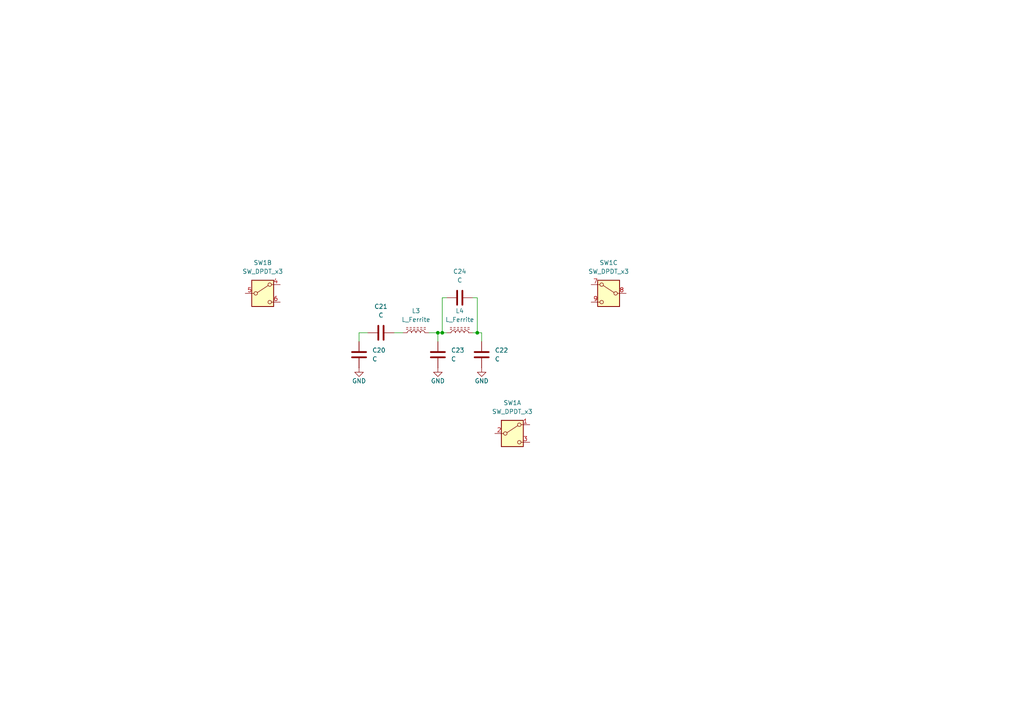
<source format=kicad_sch>
(kicad_sch
	(version 20231120)
	(generator "eeschema")
	(generator_version "8.0")
	(uuid "55cf15d3-4c48-4d0b-bc9d-ff6d9413325c")
	(paper "A4")
	(lib_symbols
		(symbol "Device:C"
			(pin_numbers hide)
			(pin_names
				(offset 0.254)
			)
			(exclude_from_sim no)
			(in_bom yes)
			(on_board yes)
			(property "Reference" "C"
				(at 0.635 2.54 0)
				(effects
					(font
						(size 1.27 1.27)
					)
					(justify left)
				)
			)
			(property "Value" "C"
				(at 0.635 -2.54 0)
				(effects
					(font
						(size 1.27 1.27)
					)
					(justify left)
				)
			)
			(property "Footprint" ""
				(at 0.9652 -3.81 0)
				(effects
					(font
						(size 1.27 1.27)
					)
					(hide yes)
				)
			)
			(property "Datasheet" "~"
				(at 0 0 0)
				(effects
					(font
						(size 1.27 1.27)
					)
					(hide yes)
				)
			)
			(property "Description" "Unpolarized capacitor"
				(at 0 0 0)
				(effects
					(font
						(size 1.27 1.27)
					)
					(hide yes)
				)
			)
			(property "ki_keywords" "cap capacitor"
				(at 0 0 0)
				(effects
					(font
						(size 1.27 1.27)
					)
					(hide yes)
				)
			)
			(property "ki_fp_filters" "C_*"
				(at 0 0 0)
				(effects
					(font
						(size 1.27 1.27)
					)
					(hide yes)
				)
			)
			(symbol "C_0_1"
				(polyline
					(pts
						(xy -2.032 -0.762) (xy 2.032 -0.762)
					)
					(stroke
						(width 0.508)
						(type default)
					)
					(fill
						(type none)
					)
				)
				(polyline
					(pts
						(xy -2.032 0.762) (xy 2.032 0.762)
					)
					(stroke
						(width 0.508)
						(type default)
					)
					(fill
						(type none)
					)
				)
			)
			(symbol "C_1_1"
				(pin passive line
					(at 0 3.81 270)
					(length 2.794)
					(name "~"
						(effects
							(font
								(size 1.27 1.27)
							)
						)
					)
					(number "1"
						(effects
							(font
								(size 1.27 1.27)
							)
						)
					)
				)
				(pin passive line
					(at 0 -3.81 90)
					(length 2.794)
					(name "~"
						(effects
							(font
								(size 1.27 1.27)
							)
						)
					)
					(number "2"
						(effects
							(font
								(size 1.27 1.27)
							)
						)
					)
				)
			)
		)
		(symbol "Device:L_Ferrite"
			(pin_numbers hide)
			(pin_names
				(offset 1.016) hide)
			(exclude_from_sim no)
			(in_bom yes)
			(on_board yes)
			(property "Reference" "L"
				(at -1.27 0 90)
				(effects
					(font
						(size 1.27 1.27)
					)
				)
			)
			(property "Value" "L_Ferrite"
				(at 2.794 0 90)
				(effects
					(font
						(size 1.27 1.27)
					)
				)
			)
			(property "Footprint" ""
				(at 0 0 0)
				(effects
					(font
						(size 1.27 1.27)
					)
					(hide yes)
				)
			)
			(property "Datasheet" "~"
				(at 0 0 0)
				(effects
					(font
						(size 1.27 1.27)
					)
					(hide yes)
				)
			)
			(property "Description" "Inductor with ferrite core"
				(at 0 0 0)
				(effects
					(font
						(size 1.27 1.27)
					)
					(hide yes)
				)
			)
			(property "ki_keywords" "inductor choke coil reactor magnetic"
				(at 0 0 0)
				(effects
					(font
						(size 1.27 1.27)
					)
					(hide yes)
				)
			)
			(property "ki_fp_filters" "Choke_* *Coil* Inductor_* L_*"
				(at 0 0 0)
				(effects
					(font
						(size 1.27 1.27)
					)
					(hide yes)
				)
			)
			(symbol "L_Ferrite_0_1"
				(arc
					(start 0 -2.54)
					(mid 0.6323 -1.905)
					(end 0 -1.27)
					(stroke
						(width 0)
						(type default)
					)
					(fill
						(type none)
					)
				)
				(arc
					(start 0 -1.27)
					(mid 0.6323 -0.635)
					(end 0 0)
					(stroke
						(width 0)
						(type default)
					)
					(fill
						(type none)
					)
				)
				(polyline
					(pts
						(xy 1.016 -2.794) (xy 1.016 -2.286)
					)
					(stroke
						(width 0)
						(type default)
					)
					(fill
						(type none)
					)
				)
				(polyline
					(pts
						(xy 1.016 -1.778) (xy 1.016 -1.27)
					)
					(stroke
						(width 0)
						(type default)
					)
					(fill
						(type none)
					)
				)
				(polyline
					(pts
						(xy 1.016 -0.762) (xy 1.016 -0.254)
					)
					(stroke
						(width 0)
						(type default)
					)
					(fill
						(type none)
					)
				)
				(polyline
					(pts
						(xy 1.016 0.254) (xy 1.016 0.762)
					)
					(stroke
						(width 0)
						(type default)
					)
					(fill
						(type none)
					)
				)
				(polyline
					(pts
						(xy 1.016 1.27) (xy 1.016 1.778)
					)
					(stroke
						(width 0)
						(type default)
					)
					(fill
						(type none)
					)
				)
				(polyline
					(pts
						(xy 1.016 2.286) (xy 1.016 2.794)
					)
					(stroke
						(width 0)
						(type default)
					)
					(fill
						(type none)
					)
				)
				(polyline
					(pts
						(xy 1.524 -2.286) (xy 1.524 -2.794)
					)
					(stroke
						(width 0)
						(type default)
					)
					(fill
						(type none)
					)
				)
				(polyline
					(pts
						(xy 1.524 -1.27) (xy 1.524 -1.778)
					)
					(stroke
						(width 0)
						(type default)
					)
					(fill
						(type none)
					)
				)
				(polyline
					(pts
						(xy 1.524 -0.254) (xy 1.524 -0.762)
					)
					(stroke
						(width 0)
						(type default)
					)
					(fill
						(type none)
					)
				)
				(polyline
					(pts
						(xy 1.524 0.762) (xy 1.524 0.254)
					)
					(stroke
						(width 0)
						(type default)
					)
					(fill
						(type none)
					)
				)
				(polyline
					(pts
						(xy 1.524 1.778) (xy 1.524 1.27)
					)
					(stroke
						(width 0)
						(type default)
					)
					(fill
						(type none)
					)
				)
				(polyline
					(pts
						(xy 1.524 2.794) (xy 1.524 2.286)
					)
					(stroke
						(width 0)
						(type default)
					)
					(fill
						(type none)
					)
				)
				(arc
					(start 0 0)
					(mid 0.6323 0.635)
					(end 0 1.27)
					(stroke
						(width 0)
						(type default)
					)
					(fill
						(type none)
					)
				)
				(arc
					(start 0 1.27)
					(mid 0.6323 1.905)
					(end 0 2.54)
					(stroke
						(width 0)
						(type default)
					)
					(fill
						(type none)
					)
				)
			)
			(symbol "L_Ferrite_1_1"
				(pin passive line
					(at 0 3.81 270)
					(length 1.27)
					(name "1"
						(effects
							(font
								(size 1.27 1.27)
							)
						)
					)
					(number "1"
						(effects
							(font
								(size 1.27 1.27)
							)
						)
					)
				)
				(pin passive line
					(at 0 -3.81 90)
					(length 1.27)
					(name "2"
						(effects
							(font
								(size 1.27 1.27)
							)
						)
					)
					(number "2"
						(effects
							(font
								(size 1.27 1.27)
							)
						)
					)
				)
			)
		)
		(symbol "power:GND"
			(power)
			(pin_numbers hide)
			(pin_names
				(offset 0) hide)
			(exclude_from_sim no)
			(in_bom yes)
			(on_board yes)
			(property "Reference" "#PWR"
				(at 0 -6.35 0)
				(effects
					(font
						(size 1.27 1.27)
					)
					(hide yes)
				)
			)
			(property "Value" "GND"
				(at 0 -3.81 0)
				(effects
					(font
						(size 1.27 1.27)
					)
				)
			)
			(property "Footprint" ""
				(at 0 0 0)
				(effects
					(font
						(size 1.27 1.27)
					)
					(hide yes)
				)
			)
			(property "Datasheet" ""
				(at 0 0 0)
				(effects
					(font
						(size 1.27 1.27)
					)
					(hide yes)
				)
			)
			(property "Description" "Power symbol creates a global label with name \"GND\" , ground"
				(at 0 0 0)
				(effects
					(font
						(size 1.27 1.27)
					)
					(hide yes)
				)
			)
			(property "ki_keywords" "global power"
				(at 0 0 0)
				(effects
					(font
						(size 1.27 1.27)
					)
					(hide yes)
				)
			)
			(symbol "GND_0_1"
				(polyline
					(pts
						(xy 0 0) (xy 0 -1.27) (xy 1.27 -1.27) (xy 0 -2.54) (xy -1.27 -1.27) (xy 0 -1.27)
					)
					(stroke
						(width 0)
						(type default)
					)
					(fill
						(type none)
					)
				)
			)
			(symbol "GND_1_1"
				(pin power_in line
					(at 0 0 270)
					(length 0)
					(name "~"
						(effects
							(font
								(size 1.27 1.27)
							)
						)
					)
					(number "1"
						(effects
							(font
								(size 1.27 1.27)
							)
						)
					)
				)
			)
		)
		(symbol "summit_scourer:SW_DPDT_x3"
			(pin_names
				(offset 0) hide)
			(exclude_from_sim no)
			(in_bom yes)
			(on_board yes)
			(property "Reference" "SW"
				(at 0 5.08 0)
				(effects
					(font
						(size 1.27 1.27)
					)
				)
			)
			(property "Value" "SW_DPDT_x3"
				(at 0 -5.08 0)
				(effects
					(font
						(size 1.27 1.27)
					)
				)
			)
			(property "Footprint" ""
				(at 0 0 0)
				(effects
					(font
						(size 1.27 1.27)
					)
					(hide yes)
				)
			)
			(property "Datasheet" "~"
				(at 0 0 0)
				(effects
					(font
						(size 1.27 1.27)
					)
					(hide yes)
				)
			)
			(property "Description" "Switch, dual pole double throw, separate symbols"
				(at 0 0 0)
				(effects
					(font
						(size 1.27 1.27)
					)
					(hide yes)
				)
			)
			(property "ki_keywords" "switch dual-pole double-throw DPDT spdt ON-ON"
				(at 0 0 0)
				(effects
					(font
						(size 1.27 1.27)
					)
					(hide yes)
				)
			)
			(property "ki_fp_filters" "SW*DPDT*"
				(at 0 0 0)
				(effects
					(font
						(size 1.27 1.27)
					)
					(hide yes)
				)
			)
			(symbol "SW_DPDT_x3_0_0"
				(circle
					(center -2.032 0)
					(radius 0.508)
					(stroke
						(width 0)
						(type default)
					)
					(fill
						(type none)
					)
				)
				(circle
					(center 2.032 -2.54)
					(radius 0.508)
					(stroke
						(width 0)
						(type default)
					)
					(fill
						(type none)
					)
				)
			)
			(symbol "SW_DPDT_x3_0_1"
				(rectangle
					(start -3.175 3.81)
					(end 3.175 -3.81)
					(stroke
						(width 0.254)
						(type default)
					)
					(fill
						(type background)
					)
				)
				(polyline
					(pts
						(xy -1.524 0.254) (xy 1.5748 2.286)
					)
					(stroke
						(width 0)
						(type default)
					)
					(fill
						(type none)
					)
				)
				(circle
					(center 2.032 2.54)
					(radius 0.508)
					(stroke
						(width 0)
						(type default)
					)
					(fill
						(type none)
					)
				)
			)
			(symbol "SW_DPDT_x3_1_1"
				(pin passive line
					(at 5.08 2.54 180)
					(length 2.54)
					(name "A"
						(effects
							(font
								(size 1.27 1.27)
							)
						)
					)
					(number "1"
						(effects
							(font
								(size 1.27 1.27)
							)
						)
					)
				)
				(pin passive line
					(at -5.08 0 0)
					(length 2.54)
					(name "B"
						(effects
							(font
								(size 1.27 1.27)
							)
						)
					)
					(number "2"
						(effects
							(font
								(size 1.27 1.27)
							)
						)
					)
				)
				(pin passive line
					(at 5.08 -2.54 180)
					(length 2.54)
					(name "C"
						(effects
							(font
								(size 1.27 1.27)
							)
						)
					)
					(number "3"
						(effects
							(font
								(size 1.27 1.27)
							)
						)
					)
				)
			)
			(symbol "SW_DPDT_x3_2_1"
				(pin passive line
					(at 5.08 2.54 180)
					(length 2.54)
					(name "A"
						(effects
							(font
								(size 1.27 1.27)
							)
						)
					)
					(number "4"
						(effects
							(font
								(size 1.27 1.27)
							)
						)
					)
				)
				(pin passive line
					(at -5.08 0 0)
					(length 2.54)
					(name "B"
						(effects
							(font
								(size 1.27 1.27)
							)
						)
					)
					(number "5"
						(effects
							(font
								(size 1.27 1.27)
							)
						)
					)
				)
				(pin passive line
					(at 5.08 -2.54 180)
					(length 2.54)
					(name "C"
						(effects
							(font
								(size 1.27 1.27)
							)
						)
					)
					(number "6"
						(effects
							(font
								(size 1.27 1.27)
							)
						)
					)
				)
			)
			(symbol "SW_DPDT_x3_3_1"
				(pin passive line
					(at 5.08 2.54 180)
					(length 2.54)
					(name "A"
						(effects
							(font
								(size 1.27 1.27)
							)
						)
					)
					(number "7"
						(effects
							(font
								(size 1.27 1.27)
							)
						)
					)
				)
				(pin passive line
					(at -5.08 0 0)
					(length 2.54)
					(name "B"
						(effects
							(font
								(size 1.27 1.27)
							)
						)
					)
					(number "8"
						(effects
							(font
								(size 1.27 1.27)
							)
						)
					)
				)
				(pin passive line
					(at 5.08 -2.54 180)
					(length 2.54)
					(name "C"
						(effects
							(font
								(size 1.27 1.27)
							)
						)
					)
					(number "9"
						(effects
							(font
								(size 1.27 1.27)
							)
						)
					)
				)
			)
		)
	)
	(junction
		(at 127 96.52)
		(diameter 0)
		(color 0 0 0 0)
		(uuid "76e029d3-c2c1-4f4a-b7c3-e0ec3edd0c46")
	)
	(junction
		(at 138.43 96.52)
		(diameter 0)
		(color 0 0 0 0)
		(uuid "c2ecb490-c49b-41a3-8546-050bacaa29ff")
	)
	(junction
		(at 128.27 96.52)
		(diameter 0)
		(color 0 0 0 0)
		(uuid "ee233d2e-8498-40b9-9c4e-253cb34e3126")
	)
	(wire
		(pts
			(xy 139.7 96.52) (xy 139.7 99.06)
		)
		(stroke
			(width 0)
			(type default)
		)
		(uuid "05b11806-dd1e-4334-b5af-9778a02022af")
	)
	(wire
		(pts
			(xy 114.3 96.52) (xy 116.84 96.52)
		)
		(stroke
			(width 0)
			(type default)
		)
		(uuid "142b0f14-afe7-4f0b-99e0-f26d5e4502a5")
	)
	(wire
		(pts
			(xy 104.14 96.52) (xy 104.14 99.06)
		)
		(stroke
			(width 0)
			(type default)
		)
		(uuid "15cf4094-26b9-4f50-b623-cdeec067e810")
	)
	(wire
		(pts
			(xy 128.27 96.52) (xy 129.54 96.52)
		)
		(stroke
			(width 0)
			(type default)
		)
		(uuid "247890c7-7d0b-4db0-9647-999c8f858ac4")
	)
	(wire
		(pts
			(xy 106.68 96.52) (xy 104.14 96.52)
		)
		(stroke
			(width 0)
			(type default)
		)
		(uuid "3c70fca2-96d7-4b3b-a80f-5c441273817c")
	)
	(wire
		(pts
			(xy 127 96.52) (xy 128.27 96.52)
		)
		(stroke
			(width 0)
			(type default)
		)
		(uuid "47c11e80-5602-4135-b78f-877f1355ae89")
	)
	(wire
		(pts
			(xy 129.54 86.36) (xy 128.27 86.36)
		)
		(stroke
			(width 0)
			(type default)
		)
		(uuid "4b647eb3-e139-4663-891c-eca488f1bebe")
	)
	(wire
		(pts
			(xy 138.43 96.52) (xy 139.7 96.52)
		)
		(stroke
			(width 0)
			(type default)
		)
		(uuid "5b51cc8d-dfc3-4504-be81-3b5ed8794076")
	)
	(wire
		(pts
			(xy 137.16 86.36) (xy 138.43 86.36)
		)
		(stroke
			(width 0)
			(type default)
		)
		(uuid "67745a92-fca6-4794-8dc7-68c70304ce5b")
	)
	(wire
		(pts
			(xy 137.16 96.52) (xy 138.43 96.52)
		)
		(stroke
			(width 0)
			(type default)
		)
		(uuid "68fdd110-7510-4434-a887-9082d179a18d")
	)
	(wire
		(pts
			(xy 124.46 96.52) (xy 127 96.52)
		)
		(stroke
			(width 0)
			(type default)
		)
		(uuid "881aed79-409d-42c6-9cfc-272bf1d6b242")
	)
	(wire
		(pts
			(xy 128.27 86.36) (xy 128.27 96.52)
		)
		(stroke
			(width 0)
			(type default)
		)
		(uuid "a00b0d0d-14a7-45c3-a95a-d8ea42f2e939")
	)
	(wire
		(pts
			(xy 138.43 86.36) (xy 138.43 96.52)
		)
		(stroke
			(width 0)
			(type default)
		)
		(uuid "aed56eea-39bb-4801-be80-13ff380a9ff9")
	)
	(wire
		(pts
			(xy 127 96.52) (xy 127 99.06)
		)
		(stroke
			(width 0)
			(type default)
		)
		(uuid "dc1a4fa5-c165-4a17-91c5-ba31d826dca7")
	)
	(symbol
		(lib_id "summit_scourer:SW_DPDT_x3")
		(at 176.53 85.09 0)
		(mirror y)
		(unit 3)
		(exclude_from_sim no)
		(in_bom yes)
		(on_board yes)
		(dnp no)
		(uuid "0cfd1de1-bcaa-4047-b38a-e9b9e2dbcede")
		(property "Reference" "SW1"
			(at 176.53 76.2 0)
			(effects
				(font
					(size 1.27 1.27)
				)
			)
		)
		(property "Value" "SW_DPDT_x3"
			(at 176.53 78.74 0)
			(effects
				(font
					(size 1.27 1.27)
				)
			)
		)
		(property "Footprint" ""
			(at 176.53 85.09 0)
			(effects
				(font
					(size 1.27 1.27)
				)
				(hide yes)
			)
		)
		(property "Datasheet" "~"
			(at 176.53 85.09 0)
			(effects
				(font
					(size 1.27 1.27)
				)
				(hide yes)
			)
		)
		(property "Description" "Switch, dual pole double throw, separate symbols"
			(at 176.53 85.09 0)
			(effects
				(font
					(size 1.27 1.27)
				)
				(hide yes)
			)
		)
		(pin "9"
			(uuid "9e2d1bcd-5605-4286-8251-89dacbb7d2cb")
		)
		(pin "3"
			(uuid "f4db86d8-3229-4aa5-a3e3-6e46764979c9")
		)
		(pin "4"
			(uuid "13eefe2b-aee7-4a56-ae48-04c76031a90b")
		)
		(pin "5"
			(uuid "ddf087fe-ced5-45c6-8b5c-477bbd0a5188")
		)
		(pin "2"
			(uuid "063a71c8-f9bb-4b50-be6a-11ce09f02dab")
		)
		(pin "6"
			(uuid "cf50281c-be37-4ab9-b800-64b7b26894c4")
		)
		(pin "7"
			(uuid "2bbe6a2a-e56b-474a-a9d1-d8824b10471a")
		)
		(pin "1"
			(uuid "d6e5dafa-b33a-41b8-b82b-c043de8e20c1")
		)
		(pin "8"
			(uuid "0956ac97-59e8-4838-99f8-2cf4906b8c54")
		)
		(instances
			(project "summit_scourer"
				(path "/97fa5a9e-fea2-40ae-976c-23c41ffbf522/81fae784-0a44-4eb8-b71c-82dc4dd62ff5"
					(reference "SW1")
					(unit 3)
				)
			)
		)
	)
	(symbol
		(lib_id "summit_scourer:SW_DPDT_x3")
		(at 148.59 125.73 0)
		(unit 1)
		(exclude_from_sim no)
		(in_bom yes)
		(on_board yes)
		(dnp no)
		(fields_autoplaced yes)
		(uuid "1c247434-90e1-46ce-83ea-3480b0a2efd4")
		(property "Reference" "SW1"
			(at 148.59 116.84 0)
			(effects
				(font
					(size 1.27 1.27)
				)
			)
		)
		(property "Value" "SW_DPDT_x3"
			(at 148.59 119.38 0)
			(effects
				(font
					(size 1.27 1.27)
				)
			)
		)
		(property "Footprint" ""
			(at 148.59 125.73 0)
			(effects
				(font
					(size 1.27 1.27)
				)
				(hide yes)
			)
		)
		(property "Datasheet" "~"
			(at 148.59 125.73 0)
			(effects
				(font
					(size 1.27 1.27)
				)
				(hide yes)
			)
		)
		(property "Description" "Switch, dual pole double throw, separate symbols"
			(at 148.59 125.73 0)
			(effects
				(font
					(size 1.27 1.27)
				)
				(hide yes)
			)
		)
		(pin "9"
			(uuid "71e190de-5a53-4916-b5cd-8cc6b3299a91")
		)
		(pin "3"
			(uuid "c72f2f3a-eb5f-4ad9-a56e-5096a7094b61")
		)
		(pin "4"
			(uuid "13eefe2b-aee7-4a56-ae48-04c76031a90d")
		)
		(pin "5"
			(uuid "ddf087fe-ced5-45c6-8b5c-477bbd0a518a")
		)
		(pin "2"
			(uuid "c4492903-279e-4a2c-9e97-5b331af803d3")
		)
		(pin "6"
			(uuid "cf50281c-be37-4ab9-b800-64b7b26894c6")
		)
		(pin "7"
			(uuid "2364c4e1-a545-4ddb-a651-933a38409357")
		)
		(pin "1"
			(uuid "9ddde5e8-8688-4b8f-adf3-d9031033f692")
		)
		(pin "8"
			(uuid "7d1350cd-93db-44f2-a85a-f5f29e596b92")
		)
		(instances
			(project "summit_scourer"
				(path "/97fa5a9e-fea2-40ae-976c-23c41ffbf522/81fae784-0a44-4eb8-b71c-82dc4dd62ff5"
					(reference "SW1")
					(unit 1)
				)
			)
		)
	)
	(symbol
		(lib_id "summit_scourer:SW_DPDT_x3")
		(at 76.2 85.09 0)
		(unit 2)
		(exclude_from_sim no)
		(in_bom yes)
		(on_board yes)
		(dnp no)
		(fields_autoplaced yes)
		(uuid "3d8c126f-bce4-45a6-999b-231a413c2524")
		(property "Reference" "SW1"
			(at 76.2 76.2 0)
			(effects
				(font
					(size 1.27 1.27)
				)
			)
		)
		(property "Value" "SW_DPDT_x3"
			(at 76.2 78.74 0)
			(effects
				(font
					(size 1.27 1.27)
				)
			)
		)
		(property "Footprint" ""
			(at 76.2 85.09 0)
			(effects
				(font
					(size 1.27 1.27)
				)
				(hide yes)
			)
		)
		(property "Datasheet" "~"
			(at 76.2 85.09 0)
			(effects
				(font
					(size 1.27 1.27)
				)
				(hide yes)
			)
		)
		(property "Description" "Switch, dual pole double throw, separate symbols"
			(at 76.2 85.09 0)
			(effects
				(font
					(size 1.27 1.27)
				)
				(hide yes)
			)
		)
		(pin "9"
			(uuid "71e190de-5a53-4916-b5cd-8cc6b3299a90")
		)
		(pin "3"
			(uuid "f4db86d8-3229-4aa5-a3e3-6e46764979ca")
		)
		(pin "4"
			(uuid "5d4a31bf-a3b6-4fed-9652-19811f259d36")
		)
		(pin "5"
			(uuid "4c71e69e-4ee3-469d-b40c-c76c6b811527")
		)
		(pin "2"
			(uuid "063a71c8-f9bb-4b50-be6a-11ce09f02dac")
		)
		(pin "6"
			(uuid "d128674d-75c0-4cc4-8267-1aaf9c121670")
		)
		(pin "7"
			(uuid "2364c4e1-a545-4ddb-a651-933a38409356")
		)
		(pin "1"
			(uuid "d6e5dafa-b33a-41b8-b82b-c043de8e20c2")
		)
		(pin "8"
			(uuid "7d1350cd-93db-44f2-a85a-f5f29e596b91")
		)
		(instances
			(project "summit_scourer"
				(path "/97fa5a9e-fea2-40ae-976c-23c41ffbf522/81fae784-0a44-4eb8-b71c-82dc4dd62ff5"
					(reference "SW1")
					(unit 2)
				)
			)
		)
	)
	(symbol
		(lib_id "Device:C")
		(at 104.14 102.87 0)
		(unit 1)
		(exclude_from_sim no)
		(in_bom yes)
		(on_board yes)
		(dnp no)
		(fields_autoplaced yes)
		(uuid "523d4abe-2d09-4645-87c2-2c6dd7d062a0")
		(property "Reference" "C20"
			(at 107.95 101.5999 0)
			(effects
				(font
					(size 1.27 1.27)
				)
				(justify left)
			)
		)
		(property "Value" "C"
			(at 107.95 104.1399 0)
			(effects
				(font
					(size 1.27 1.27)
				)
				(justify left)
			)
		)
		(property "Footprint" ""
			(at 105.1052 106.68 0)
			(effects
				(font
					(size 1.27 1.27)
				)
				(hide yes)
			)
		)
		(property "Datasheet" "~"
			(at 104.14 102.87 0)
			(effects
				(font
					(size 1.27 1.27)
				)
				(hide yes)
			)
		)
		(property "Description" "Unpolarized capacitor"
			(at 104.14 102.87 0)
			(effects
				(font
					(size 1.27 1.27)
				)
				(hide yes)
			)
		)
		(pin "2"
			(uuid "a9b531e3-c582-4b58-8a2f-aea7c69a0e56")
		)
		(pin "1"
			(uuid "ba7180c0-a3a7-467c-a125-4e5972fc8c20")
		)
		(instances
			(project ""
				(path "/97fa5a9e-fea2-40ae-976c-23c41ffbf522/81fae784-0a44-4eb8-b71c-82dc4dd62ff5"
					(reference "C20")
					(unit 1)
				)
			)
		)
	)
	(symbol
		(lib_id "Device:C")
		(at 133.35 86.36 90)
		(unit 1)
		(exclude_from_sim no)
		(in_bom yes)
		(on_board yes)
		(dnp no)
		(fields_autoplaced yes)
		(uuid "5f266b52-91d1-40c5-b15d-ea6dc14582b0")
		(property "Reference" "C24"
			(at 133.35 78.74 90)
			(effects
				(font
					(size 1.27 1.27)
				)
			)
		)
		(property "Value" "C"
			(at 133.35 81.28 90)
			(effects
				(font
					(size 1.27 1.27)
				)
			)
		)
		(property "Footprint" ""
			(at 137.16 85.3948 0)
			(effects
				(font
					(size 1.27 1.27)
				)
				(hide yes)
			)
		)
		(property "Datasheet" "~"
			(at 133.35 86.36 0)
			(effects
				(font
					(size 1.27 1.27)
				)
				(hide yes)
			)
		)
		(property "Description" "Unpolarized capacitor"
			(at 133.35 86.36 0)
			(effects
				(font
					(size 1.27 1.27)
				)
				(hide yes)
			)
		)
		(pin "2"
			(uuid "9db6e721-18ee-4753-b580-caf9bdcaaa25")
		)
		(pin "1"
			(uuid "2d5e511e-d7be-46f8-b383-83b9b48681e5")
		)
		(instances
			(project "summit_scourer"
				(path "/97fa5a9e-fea2-40ae-976c-23c41ffbf522/81fae784-0a44-4eb8-b71c-82dc4dd62ff5"
					(reference "C24")
					(unit 1)
				)
			)
		)
	)
	(symbol
		(lib_id "power:GND")
		(at 139.7 106.68 0)
		(unit 1)
		(exclude_from_sim no)
		(in_bom yes)
		(on_board yes)
		(dnp no)
		(uuid "7ca0317c-37f9-4a3e-b192-7b6195897cf8")
		(property "Reference" "#PWR022"
			(at 139.7 113.03 0)
			(effects
				(font
					(size 1.27 1.27)
				)
				(hide yes)
			)
		)
		(property "Value" "GND"
			(at 139.7 110.49 0)
			(effects
				(font
					(size 1.27 1.27)
				)
			)
		)
		(property "Footprint" ""
			(at 139.7 106.68 0)
			(effects
				(font
					(size 1.27 1.27)
				)
				(hide yes)
			)
		)
		(property "Datasheet" ""
			(at 139.7 106.68 0)
			(effects
				(font
					(size 1.27 1.27)
				)
				(hide yes)
			)
		)
		(property "Description" "Power symbol creates a global label with name \"GND\" , ground"
			(at 139.7 106.68 0)
			(effects
				(font
					(size 1.27 1.27)
				)
				(hide yes)
			)
		)
		(pin "1"
			(uuid "15c2e323-40eb-4de2-a0ab-faf4fdd48bca")
		)
		(instances
			(project "summit_scourer"
				(path "/97fa5a9e-fea2-40ae-976c-23c41ffbf522/81fae784-0a44-4eb8-b71c-82dc4dd62ff5"
					(reference "#PWR022")
					(unit 1)
				)
			)
		)
	)
	(symbol
		(lib_id "power:GND")
		(at 104.14 106.68 0)
		(unit 1)
		(exclude_from_sim no)
		(in_bom yes)
		(on_board yes)
		(dnp no)
		(uuid "a76f7d32-b7db-4025-9f1d-50c8d34e021c")
		(property "Reference" "#PWR020"
			(at 104.14 113.03 0)
			(effects
				(font
					(size 1.27 1.27)
				)
				(hide yes)
			)
		)
		(property "Value" "GND"
			(at 104.14 110.49 0)
			(effects
				(font
					(size 1.27 1.27)
				)
			)
		)
		(property "Footprint" ""
			(at 104.14 106.68 0)
			(effects
				(font
					(size 1.27 1.27)
				)
				(hide yes)
			)
		)
		(property "Datasheet" ""
			(at 104.14 106.68 0)
			(effects
				(font
					(size 1.27 1.27)
				)
				(hide yes)
			)
		)
		(property "Description" "Power symbol creates a global label with name \"GND\" , ground"
			(at 104.14 106.68 0)
			(effects
				(font
					(size 1.27 1.27)
				)
				(hide yes)
			)
		)
		(pin "1"
			(uuid "1d73eaca-2c95-4fad-8524-cc7e76e34623")
		)
		(instances
			(project ""
				(path "/97fa5a9e-fea2-40ae-976c-23c41ffbf522/81fae784-0a44-4eb8-b71c-82dc4dd62ff5"
					(reference "#PWR020")
					(unit 1)
				)
			)
		)
	)
	(symbol
		(lib_id "power:GND")
		(at 127 106.68 0)
		(unit 1)
		(exclude_from_sim no)
		(in_bom yes)
		(on_board yes)
		(dnp no)
		(uuid "ab4a81e1-5e1a-40c4-9de4-fecfff634e37")
		(property "Reference" "#PWR021"
			(at 127 113.03 0)
			(effects
				(font
					(size 1.27 1.27)
				)
				(hide yes)
			)
		)
		(property "Value" "GND"
			(at 127 110.49 0)
			(effects
				(font
					(size 1.27 1.27)
				)
			)
		)
		(property "Footprint" ""
			(at 127 106.68 0)
			(effects
				(font
					(size 1.27 1.27)
				)
				(hide yes)
			)
		)
		(property "Datasheet" ""
			(at 127 106.68 0)
			(effects
				(font
					(size 1.27 1.27)
				)
				(hide yes)
			)
		)
		(property "Description" "Power symbol creates a global label with name \"GND\" , ground"
			(at 127 106.68 0)
			(effects
				(font
					(size 1.27 1.27)
				)
				(hide yes)
			)
		)
		(pin "1"
			(uuid "753ea4bb-2786-4b89-9de7-6b438e2c77b9")
		)
		(instances
			(project "summit_scourer"
				(path "/97fa5a9e-fea2-40ae-976c-23c41ffbf522/81fae784-0a44-4eb8-b71c-82dc4dd62ff5"
					(reference "#PWR021")
					(unit 1)
				)
			)
		)
	)
	(symbol
		(lib_id "Device:L_Ferrite")
		(at 133.35 96.52 90)
		(unit 1)
		(exclude_from_sim no)
		(in_bom yes)
		(on_board yes)
		(dnp no)
		(fields_autoplaced yes)
		(uuid "babc826f-b92d-4d7c-93b9-14210f298d33")
		(property "Reference" "L4"
			(at 133.35 90.17 90)
			(effects
				(font
					(size 1.27 1.27)
				)
			)
		)
		(property "Value" "L_Ferrite"
			(at 133.35 92.71 90)
			(effects
				(font
					(size 1.27 1.27)
				)
			)
		)
		(property "Footprint" ""
			(at 133.35 96.52 0)
			(effects
				(font
					(size 1.27 1.27)
				)
				(hide yes)
			)
		)
		(property "Datasheet" "~"
			(at 133.35 96.52 0)
			(effects
				(font
					(size 1.27 1.27)
				)
				(hide yes)
			)
		)
		(property "Description" "Inductor with ferrite core"
			(at 133.35 96.52 0)
			(effects
				(font
					(size 1.27 1.27)
				)
				(hide yes)
			)
		)
		(pin "1"
			(uuid "b12d4697-dcf4-4b9f-bd66-9dd0350d2225")
		)
		(pin "2"
			(uuid "0f23cb10-3d9d-4355-bb43-1ca299c17899")
		)
		(instances
			(project "summit_scourer"
				(path "/97fa5a9e-fea2-40ae-976c-23c41ffbf522/81fae784-0a44-4eb8-b71c-82dc4dd62ff5"
					(reference "L4")
					(unit 1)
				)
			)
		)
	)
	(symbol
		(lib_id "Device:C")
		(at 110.49 96.52 90)
		(unit 1)
		(exclude_from_sim no)
		(in_bom yes)
		(on_board yes)
		(dnp no)
		(fields_autoplaced yes)
		(uuid "bd4a58c2-a0ba-4c29-84c4-9e9783fd92fe")
		(property "Reference" "C21"
			(at 110.49 88.9 90)
			(effects
				(font
					(size 1.27 1.27)
				)
			)
		)
		(property "Value" "C"
			(at 110.49 91.44 90)
			(effects
				(font
					(size 1.27 1.27)
				)
			)
		)
		(property "Footprint" ""
			(at 114.3 95.5548 0)
			(effects
				(font
					(size 1.27 1.27)
				)
				(hide yes)
			)
		)
		(property "Datasheet" "~"
			(at 110.49 96.52 0)
			(effects
				(font
					(size 1.27 1.27)
				)
				(hide yes)
			)
		)
		(property "Description" "Unpolarized capacitor"
			(at 110.49 96.52 0)
			(effects
				(font
					(size 1.27 1.27)
				)
				(hide yes)
			)
		)
		(pin "2"
			(uuid "42e8e060-4f86-4ba1-a60c-d47c5a6be7e1")
		)
		(pin "1"
			(uuid "70f19b57-1dbe-4323-8795-c0252a3f2760")
		)
		(instances
			(project "summit_scourer"
				(path "/97fa5a9e-fea2-40ae-976c-23c41ffbf522/81fae784-0a44-4eb8-b71c-82dc4dd62ff5"
					(reference "C21")
					(unit 1)
				)
			)
		)
	)
	(symbol
		(lib_id "Device:C")
		(at 139.7 102.87 0)
		(unit 1)
		(exclude_from_sim no)
		(in_bom yes)
		(on_board yes)
		(dnp no)
		(fields_autoplaced yes)
		(uuid "c73c4498-2c7d-481b-af50-003decd81f34")
		(property "Reference" "C22"
			(at 143.51 101.5999 0)
			(effects
				(font
					(size 1.27 1.27)
				)
				(justify left)
			)
		)
		(property "Value" "C"
			(at 143.51 104.1399 0)
			(effects
				(font
					(size 1.27 1.27)
				)
				(justify left)
			)
		)
		(property "Footprint" ""
			(at 140.6652 106.68 0)
			(effects
				(font
					(size 1.27 1.27)
				)
				(hide yes)
			)
		)
		(property "Datasheet" "~"
			(at 139.7 102.87 0)
			(effects
				(font
					(size 1.27 1.27)
				)
				(hide yes)
			)
		)
		(property "Description" "Unpolarized capacitor"
			(at 139.7 102.87 0)
			(effects
				(font
					(size 1.27 1.27)
				)
				(hide yes)
			)
		)
		(pin "2"
			(uuid "2782a612-5a08-46bb-9f52-bfff4e8acdc1")
		)
		(pin "1"
			(uuid "62a11d21-defd-4d69-915e-5dffe169f16e")
		)
		(instances
			(project "summit_scourer"
				(path "/97fa5a9e-fea2-40ae-976c-23c41ffbf522/81fae784-0a44-4eb8-b71c-82dc4dd62ff5"
					(reference "C22")
					(unit 1)
				)
			)
		)
	)
	(symbol
		(lib_id "Device:C")
		(at 127 102.87 180)
		(unit 1)
		(exclude_from_sim no)
		(in_bom yes)
		(on_board yes)
		(dnp no)
		(fields_autoplaced yes)
		(uuid "ee78829d-793e-4288-942d-8c8f79c9bca0")
		(property "Reference" "C23"
			(at 130.81 101.5999 0)
			(effects
				(font
					(size 1.27 1.27)
				)
				(justify right)
			)
		)
		(property "Value" "C"
			(at 130.81 104.1399 0)
			(effects
				(font
					(size 1.27 1.27)
				)
				(justify right)
			)
		)
		(property "Footprint" ""
			(at 126.0348 99.06 0)
			(effects
				(font
					(size 1.27 1.27)
				)
				(hide yes)
			)
		)
		(property "Datasheet" "~"
			(at 127 102.87 0)
			(effects
				(font
					(size 1.27 1.27)
				)
				(hide yes)
			)
		)
		(property "Description" "Unpolarized capacitor"
			(at 127 102.87 0)
			(effects
				(font
					(size 1.27 1.27)
				)
				(hide yes)
			)
		)
		(pin "2"
			(uuid "5ce3cf5c-01ad-4d38-8fbb-9ae78191f334")
		)
		(pin "1"
			(uuid "a6bc678e-8001-4576-b0b0-4750d8c5ea6e")
		)
		(instances
			(project "summit_scourer"
				(path "/97fa5a9e-fea2-40ae-976c-23c41ffbf522/81fae784-0a44-4eb8-b71c-82dc4dd62ff5"
					(reference "C23")
					(unit 1)
				)
			)
		)
	)
	(symbol
		(lib_id "Device:L_Ferrite")
		(at 120.65 96.52 90)
		(unit 1)
		(exclude_from_sim no)
		(in_bom yes)
		(on_board yes)
		(dnp no)
		(fields_autoplaced yes)
		(uuid "f8ad6786-e0d8-4090-848e-1fab17936342")
		(property "Reference" "L3"
			(at 120.65 90.17 90)
			(effects
				(font
					(size 1.27 1.27)
				)
			)
		)
		(property "Value" "L_Ferrite"
			(at 120.65 92.71 90)
			(effects
				(font
					(size 1.27 1.27)
				)
			)
		)
		(property "Footprint" ""
			(at 120.65 96.52 0)
			(effects
				(font
					(size 1.27 1.27)
				)
				(hide yes)
			)
		)
		(property "Datasheet" "~"
			(at 120.65 96.52 0)
			(effects
				(font
					(size 1.27 1.27)
				)
				(hide yes)
			)
		)
		(property "Description" "Inductor with ferrite core"
			(at 120.65 96.52 0)
			(effects
				(font
					(size 1.27 1.27)
				)
				(hide yes)
			)
		)
		(pin "1"
			(uuid "3699576d-44d2-4b53-8b21-94d7586d0788")
		)
		(pin "2"
			(uuid "7c6d9ef8-c503-499a-9082-9c5c59e55e76")
		)
		(instances
			(project ""
				(path "/97fa5a9e-fea2-40ae-976c-23c41ffbf522/81fae784-0a44-4eb8-b71c-82dc4dd62ff5"
					(reference "L3")
					(unit 1)
				)
			)
		)
	)
)

</source>
